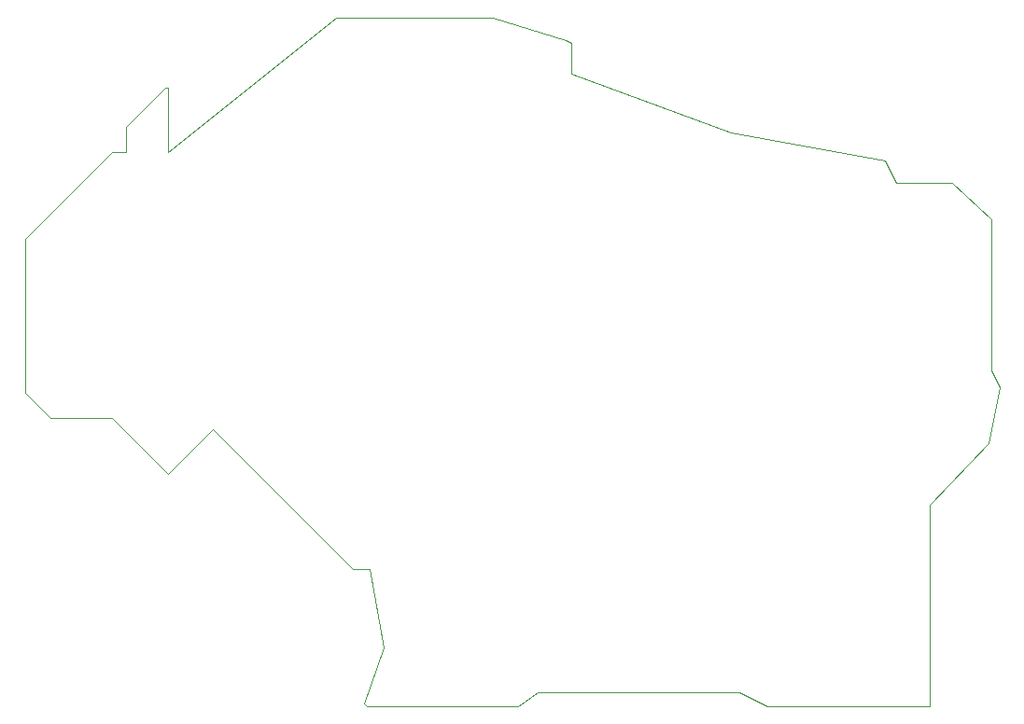
<source format=gbr>
%TF.GenerationSoftware,KiCad,Pcbnew,7.0.1*%
%TF.CreationDate,2024-01-19T17:32:14-06:00*%
%TF.ProjectId,Techno Buffalo,54656368-6e6f-4204-9275-6666616c6f2e,rev?*%
%TF.SameCoordinates,Original*%
%TF.FileFunction,Profile,NP*%
%FSLAX46Y46*%
G04 Gerber Fmt 4.6, Leading zero omitted, Abs format (unit mm)*
G04 Created by KiCad (PCBNEW 7.0.1) date 2024-01-19 17:32:14*
%MOMM*%
%LPD*%
G01*
G04 APERTURE LIST*
%TA.AperFunction,Profile*%
%ADD10C,0.100000*%
%TD*%
G04 APERTURE END LIST*
D10*
X139700000Y-123698000D02*
X138938000Y-122174000D01*
X133350000Y-152654000D02*
X133350000Y-134366000D01*
X79756000Y-90170000D02*
X79502000Y-90170000D01*
X59182000Y-126492000D02*
X64262000Y-131572000D01*
X59182000Y-102362000D02*
X51308000Y-110236000D01*
X64008000Y-96520000D02*
X60452000Y-100076000D01*
X93726000Y-90170000D02*
X79756000Y-90170000D01*
X116078000Y-151384000D02*
X118618000Y-152654000D01*
X82550000Y-140208000D02*
X83820000Y-147320000D01*
X100330000Y-92202000D02*
X93726000Y-90170000D01*
X96012000Y-152654000D02*
X97790000Y-151384000D01*
X129286000Y-103124000D02*
X115316000Y-100584000D01*
X51308000Y-124206000D02*
X53594000Y-126492000D01*
X82042000Y-152400000D02*
X82296000Y-152654000D01*
X81026000Y-140208000D02*
X82550000Y-140208000D01*
X83820000Y-147320000D02*
X82042000Y-152400000D01*
X64262000Y-96520000D02*
X64008000Y-96520000D01*
X130302000Y-105156000D02*
X129286000Y-103124000D01*
X100838000Y-92456000D02*
X100330000Y-92202000D01*
X51308000Y-110236000D02*
X51308000Y-124206000D01*
X64262000Y-102362000D02*
X64262000Y-96520000D01*
X64262000Y-131572000D02*
X68326000Y-127508000D01*
X60452000Y-102362000D02*
X59182000Y-102362000D01*
X82296000Y-152654000D02*
X96012000Y-152654000D01*
X135382000Y-105156000D02*
X130302000Y-105156000D01*
X138938000Y-108458000D02*
X135382000Y-105156000D01*
X97790000Y-151384000D02*
X116078000Y-151384000D01*
X79502000Y-90170000D02*
X64262000Y-102362000D01*
X138684000Y-128778000D02*
X139700000Y-123698000D01*
X68326000Y-127508000D02*
X81026000Y-140208000D01*
X60452000Y-100076000D02*
X60452000Y-102362000D01*
X115316000Y-100584000D02*
X100838000Y-95250000D01*
X118618000Y-152654000D02*
X133350000Y-152654000D01*
X138938000Y-122174000D02*
X138938000Y-108458000D01*
X53594000Y-126492000D02*
X59182000Y-126492000D01*
X133350000Y-134366000D02*
X138684000Y-128778000D01*
X100838000Y-95250000D02*
X100838000Y-92456000D01*
M02*

</source>
